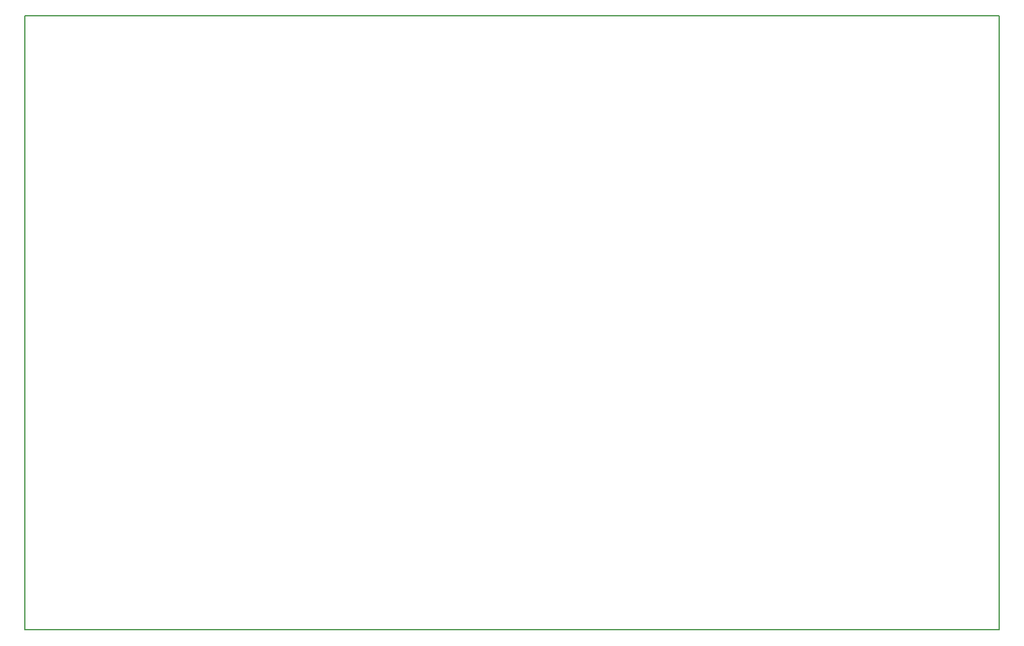
<source format=gbr>
%TF.GenerationSoftware,KiCad,Pcbnew,7.0.8-7.0.8~ubuntu23.04.1*%
%TF.CreationDate,2023-11-08T22:58:24+00:00*%
%TF.ProjectId,BATDATUNIT01,42415444-4154-4554-9e49-5430312e6b69,01A*%
%TF.SameCoordinates,Original*%
%TF.FileFunction,Profile,NP*%
%FSLAX46Y46*%
G04 Gerber Fmt 4.6, Leading zero omitted, Abs format (unit mm)*
G04 Created by KiCad (PCBNEW 7.0.8-7.0.8~ubuntu23.04.1) date 2023-11-08 22:58:24*
%MOMM*%
%LPD*%
G01*
G04 APERTURE LIST*
%TA.AperFunction,Profile*%
%ADD10C,0.200000*%
%TD*%
G04 APERTURE END LIST*
D10*
X0Y85852000D02*
X136152000Y85852000D01*
X136152000Y0D01*
X0Y0D01*
X0Y85852000D01*
M02*

</source>
